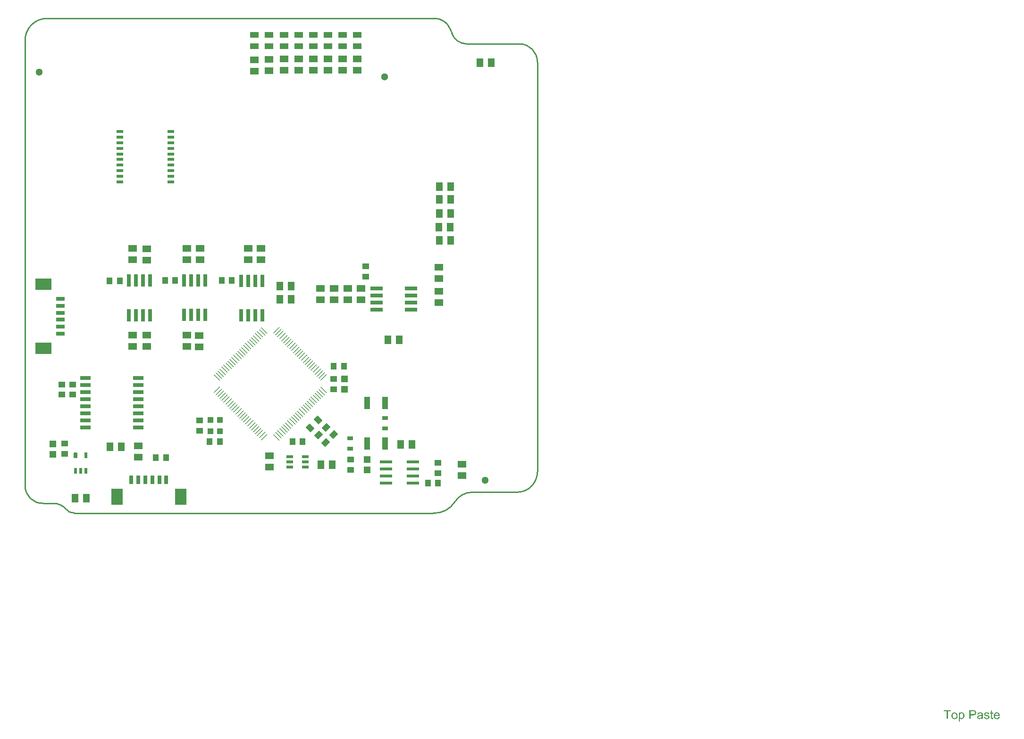
<source format=gtp>
G04*
G04 #@! TF.GenerationSoftware,Altium Limited,Altium Designer,18.1.7 (191)*
G04*
G04 Layer_Color=8421504*
%FSLAX25Y25*%
%MOIN*%
G70*
G01*
G75*
%ADD11C,0.01000*%
%ADD23R,0.03937X0.03937*%
%ADD24R,0.05000X0.02000*%
%ADD25R,0.08661X0.02362*%
%ADD26R,0.02756X0.08661*%
%ADD27R,0.07579X0.02756*%
G04:AMPARAMS|DCode=28|XSize=3.81mil|YSize=60.9mil|CornerRadius=0mil|HoleSize=0mil|Usage=FLASHONLY|Rotation=135.000|XOffset=0mil|YOffset=0mil|HoleType=Round|Shape=Round|*
%AMOVALD28*
21,1,0.05709,0.00381,0.00000,0.00000,225.0*
1,1,0.00381,0.02018,0.02018*
1,1,0.00381,-0.02018,-0.02018*
%
%ADD28OVALD28*%

G04:AMPARAMS|DCode=29|XSize=3.81mil|YSize=60.9mil|CornerRadius=0mil|HoleSize=0mil|Usage=FLASHONLY|Rotation=225.000|XOffset=0mil|YOffset=0mil|HoleType=Round|Shape=Round|*
%AMOVALD29*
21,1,0.05709,0.00381,0.00000,0.00000,315.0*
1,1,0.00381,-0.02018,0.02018*
1,1,0.00381,0.02018,-0.02018*
%
%ADD29OVALD29*%

%ADD30R,0.04134X0.03150*%
%ADD31R,0.11811X0.07874*%
%ADD32R,0.06299X0.03150*%
%ADD33R,0.04961X0.02402*%
G04:AMPARAMS|DCode=34|XSize=23.62mil|YSize=39.37mil|CornerRadius=2.01mil|HoleSize=0mil|Usage=FLASHONLY|Rotation=180.000|XOffset=0mil|YOffset=0mil|HoleType=Round|Shape=RoundedRectangle|*
%AMROUNDEDRECTD34*
21,1,0.02362,0.03535,0,0,180.0*
21,1,0.01961,0.03937,0,0,180.0*
1,1,0.00402,-0.00980,0.01768*
1,1,0.00402,0.00980,0.01768*
1,1,0.00402,0.00980,-0.01768*
1,1,0.00402,-0.00980,-0.01768*
%
%ADD34ROUNDEDRECTD34*%
%ADD35R,0.02362X0.03937*%
%ADD36R,0.04331X0.08661*%
%ADD37R,0.04724X0.04724*%
G04:AMPARAMS|DCode=38|XSize=39.37mil|YSize=51.18mil|CornerRadius=0mil|HoleSize=0mil|Usage=FLASHONLY|Rotation=45.000|XOffset=0mil|YOffset=0mil|HoleType=Round|Shape=Rectangle|*
%AMROTATEDRECTD38*
4,1,4,0.00418,-0.03202,-0.03202,0.00418,-0.00418,0.03202,0.03202,-0.00418,0.00418,-0.03202,0.0*
%
%ADD38ROTATEDRECTD38*%

%ADD39R,0.06000X0.04000*%
%ADD40R,0.04134X0.04724*%
%ADD41R,0.04724X0.04134*%
G04:AMPARAMS|DCode=42|XSize=41.34mil|YSize=47.24mil|CornerRadius=0mil|HoleSize=0mil|Usage=FLASHONLY|Rotation=135.000|XOffset=0mil|YOffset=0mil|HoleType=Round|Shape=Rectangle|*
%AMROTATEDRECTD42*
4,1,4,0.03132,0.00209,-0.00209,-0.03132,-0.03132,-0.00209,0.00209,0.03132,0.03132,0.00209,0.0*
%
%ADD42ROTATEDRECTD42*%

%ADD43R,0.04724X0.06000*%
%ADD44R,0.06000X0.04724*%
%ADD45R,0.07874X0.11811*%
%ADD46R,0.03150X0.06299*%
%ADD47R,0.08661X0.02756*%
%ADD48C,0.05118*%
G36*
X923240Y181842D02*
X923304Y181832D01*
X923441Y181814D01*
X923605Y181778D01*
X923778Y181723D01*
X923951Y181641D01*
X924124Y181541D01*
X924133D01*
X924142Y181523D01*
X924197Y181486D01*
X924279Y181413D01*
X924379Y181322D01*
X924488Y181204D01*
X924598Y181058D01*
X924707Y180885D01*
X924798Y180694D01*
Y180684D01*
X924807Y180666D01*
X924816Y180639D01*
X924835Y180603D01*
X924853Y180548D01*
X924871Y180484D01*
X924916Y180338D01*
X924962Y180156D01*
X924998Y179956D01*
X925026Y179728D01*
X925035Y179491D01*
Y179482D01*
Y179464D01*
Y179427D01*
Y179373D01*
X925026Y179309D01*
Y179236D01*
X925008Y179072D01*
X924971Y178872D01*
X924926Y178662D01*
X924862Y178443D01*
X924780Y178225D01*
Y178216D01*
X924771Y178198D01*
X924753Y178170D01*
X924734Y178134D01*
X924671Y178033D01*
X924589Y177906D01*
X924488Y177769D01*
X924361Y177633D01*
X924215Y177496D01*
X924042Y177368D01*
X924033D01*
X924024Y177359D01*
X923996Y177341D01*
X923960Y177323D01*
X923869Y177277D01*
X923741Y177223D01*
X923586Y177168D01*
X923423Y177122D01*
X923231Y177086D01*
X923040Y177077D01*
X922976D01*
X922903Y177086D01*
X922812Y177095D01*
X922703Y177113D01*
X922584Y177141D01*
X922466Y177177D01*
X922348Y177232D01*
X922338Y177241D01*
X922293Y177259D01*
X922238Y177296D01*
X922165Y177350D01*
X922092Y177405D01*
X922001Y177478D01*
X921919Y177560D01*
X921846Y177651D01*
Y175428D01*
X921072D01*
Y181750D01*
X921774D01*
Y181149D01*
X921783Y181167D01*
X921819Y181204D01*
X921865Y181267D01*
X921937Y181340D01*
X922019Y181431D01*
X922111Y181514D01*
X922220Y181596D01*
X922329Y181668D01*
X922348Y181677D01*
X922384Y181696D01*
X922457Y181723D01*
X922548Y181760D01*
X922657Y181796D01*
X922785Y181823D01*
X922931Y181842D01*
X923094Y181851D01*
X923195D01*
X923240Y181842D01*
D02*
G37*
G36*
X940886D02*
X941023Y181832D01*
X941169Y181814D01*
X941324Y181778D01*
X941488Y181741D01*
X941642Y181687D01*
X941652D01*
X941661Y181677D01*
X941706Y181659D01*
X941779Y181623D01*
X941870Y181577D01*
X941970Y181514D01*
X942071Y181441D01*
X942162Y181359D01*
X942244Y181267D01*
X942253Y181258D01*
X942271Y181222D01*
X942307Y181158D01*
X942353Y181085D01*
X942399Y180976D01*
X942444Y180858D01*
X942481Y180721D01*
X942517Y180566D01*
X941761Y180466D01*
Y180484D01*
X941752Y180520D01*
X941734Y180584D01*
X941706Y180666D01*
X941661Y180748D01*
X941606Y180839D01*
X941542Y180930D01*
X941451Y181012D01*
X941442Y181022D01*
X941406Y181040D01*
X941351Y181076D01*
X941269Y181113D01*
X941178Y181149D01*
X941059Y181185D01*
X940914Y181204D01*
X940759Y181213D01*
X940668D01*
X940577Y181204D01*
X940458Y181195D01*
X940340Y181167D01*
X940212Y181140D01*
X940094Y181095D01*
X939994Y181031D01*
X939984Y181022D01*
X939957Y181003D01*
X939921Y180967D01*
X939884Y180912D01*
X939839Y180858D01*
X939802Y180785D01*
X939775Y180703D01*
X939766Y180621D01*
Y180612D01*
Y180593D01*
X939775Y180566D01*
Y180530D01*
X939802Y180438D01*
X939857Y180347D01*
X939866Y180338D01*
X939875Y180329D01*
X939893Y180302D01*
X939930Y180274D01*
X939966Y180247D01*
X940021Y180211D01*
X940085Y180183D01*
X940158Y180147D01*
X940167D01*
X940185Y180138D01*
X940221Y180129D01*
X940285Y180102D01*
X940376Y180074D01*
X940495Y180047D01*
X940567Y180019D01*
X940650Y180001D01*
X940741Y179974D01*
X940841Y179947D01*
X940850D01*
X940877Y179938D01*
X940923Y179928D01*
X940977Y179910D01*
X941041Y179892D01*
X941123Y179874D01*
X941296Y179819D01*
X941488Y179764D01*
X941679Y179701D01*
X941852Y179637D01*
X941925Y179610D01*
X941989Y179582D01*
X942007Y179573D01*
X942043Y179555D01*
X942098Y179527D01*
X942180Y179482D01*
X942262Y179427D01*
X942344Y179354D01*
X942426Y179272D01*
X942499Y179181D01*
X942508Y179172D01*
X942526Y179136D01*
X942563Y179081D01*
X942599Y178999D01*
X942626Y178899D01*
X942663Y178790D01*
X942681Y178662D01*
X942690Y178516D01*
Y178498D01*
Y178453D01*
X942681Y178380D01*
X942663Y178279D01*
X942636Y178170D01*
X942590Y178052D01*
X942535Y177915D01*
X942462Y177787D01*
X942453Y177769D01*
X942417Y177733D01*
X942371Y177669D01*
X942298Y177596D01*
X942198Y177514D01*
X942089Y177423D01*
X941961Y177341D01*
X941807Y177259D01*
X941797D01*
X941788Y177250D01*
X941734Y177232D01*
X941642Y177205D01*
X941524Y177168D01*
X941378Y177132D01*
X941214Y177104D01*
X941041Y177086D01*
X940841Y177077D01*
X940759D01*
X940695Y177086D01*
X940622D01*
X940531Y177095D01*
X940440Y177104D01*
X940340Y177122D01*
X940121Y177168D01*
X939893Y177232D01*
X939675Y177323D01*
X939575Y177378D01*
X939483Y177441D01*
X939474Y177451D01*
X939465Y177460D01*
X939410Y177514D01*
X939328Y177596D01*
X939237Y177724D01*
X939137Y177879D01*
X939037Y178061D01*
X938955Y178289D01*
X938891Y178544D01*
X939657Y178662D01*
Y178653D01*
Y178644D01*
X939675Y178589D01*
X939693Y178498D01*
X939729Y178398D01*
X939775Y178289D01*
X939830Y178170D01*
X939912Y178052D01*
X940012Y177952D01*
X940030Y177942D01*
X940066Y177915D01*
X940139Y177879D01*
X940230Y177833D01*
X940349Y177787D01*
X940485Y177751D01*
X940650Y177724D01*
X940841Y177715D01*
X940932D01*
X941023Y177724D01*
X941141Y177742D01*
X941269Y177769D01*
X941406Y177806D01*
X941524Y177851D01*
X941633Y177924D01*
X941642Y177933D01*
X941679Y177961D01*
X941715Y178006D01*
X941770Y178070D01*
X941816Y178143D01*
X941861Y178234D01*
X941888Y178325D01*
X941898Y178434D01*
Y178443D01*
Y178480D01*
X941888Y178525D01*
X941870Y178589D01*
X941843Y178653D01*
X941797Y178717D01*
X941743Y178790D01*
X941661Y178844D01*
X941652Y178853D01*
X941624Y178863D01*
X941579Y178890D01*
X941506Y178917D01*
X941397Y178954D01*
X941333Y178981D01*
X941260Y178999D01*
X941178Y179026D01*
X941087Y179054D01*
X940987Y179081D01*
X940868Y179109D01*
X940859D01*
X940832Y179118D01*
X940786Y179127D01*
X940732Y179145D01*
X940659Y179163D01*
X940577Y179191D01*
X940403Y179236D01*
X940203Y179300D01*
X940012Y179354D01*
X939830Y179418D01*
X939748Y179455D01*
X939684Y179482D01*
X939666Y179491D01*
X939629Y179509D01*
X939575Y179546D01*
X939502Y179591D01*
X939420Y179655D01*
X939338Y179728D01*
X939256Y179810D01*
X939183Y179910D01*
X939174Y179919D01*
X939155Y179956D01*
X939128Y180019D01*
X939101Y180092D01*
X939073Y180183D01*
X939046Y180293D01*
X939028Y180402D01*
X939019Y180530D01*
Y180548D01*
Y180584D01*
X939028Y180639D01*
X939037Y180721D01*
X939055Y180803D01*
X939073Y180903D01*
X939110Y180994D01*
X939155Y181095D01*
X939165Y181104D01*
X939183Y181140D01*
X939210Y181185D01*
X939256Y181249D01*
X939310Y181313D01*
X939374Y181395D01*
X939447Y181468D01*
X939538Y181532D01*
X939547Y181541D01*
X939575Y181550D01*
X939611Y181577D01*
X939666Y181605D01*
X939738Y181641D01*
X939820Y181677D01*
X939921Y181714D01*
X940030Y181750D01*
X940048Y181760D01*
X940085Y181769D01*
X940148Y181787D01*
X940230Y181805D01*
X940331Y181823D01*
X940440Y181832D01*
X940567Y181851D01*
X940786D01*
X940886Y181842D01*
D02*
G37*
G36*
X936432D02*
X936568Y181832D01*
X936723Y181814D01*
X936878Y181787D01*
X937033Y181750D01*
X937179Y181705D01*
X937197Y181696D01*
X937242Y181677D01*
X937306Y181650D01*
X937388Y181614D01*
X937479Y181559D01*
X937570Y181504D01*
X937652Y181431D01*
X937725Y181359D01*
X937734Y181350D01*
X937753Y181322D01*
X937780Y181277D01*
X937816Y181222D01*
X937862Y181140D01*
X937898Y181058D01*
X937935Y180958D01*
X937962Y180839D01*
Y180830D01*
X937971Y180803D01*
X937980Y180748D01*
X937989Y180675D01*
Y180575D01*
X937998Y180457D01*
X938008Y180302D01*
Y180129D01*
Y179090D01*
Y179081D01*
Y179045D01*
Y178990D01*
Y178917D01*
Y178835D01*
Y178735D01*
X938017Y178516D01*
Y178289D01*
X938026Y178061D01*
X938035Y177961D01*
Y177869D01*
X938044Y177787D01*
X938053Y177724D01*
Y177715D01*
X938062Y177678D01*
X938071Y177623D01*
X938099Y177551D01*
X938117Y177469D01*
X938153Y177378D01*
X938199Y177277D01*
X938244Y177177D01*
X937434D01*
X937424Y177186D01*
X937415Y177223D01*
X937397Y177268D01*
X937370Y177341D01*
X937342Y177423D01*
X937324Y177523D01*
X937306Y177633D01*
X937288Y177751D01*
X937279D01*
X937270Y177733D01*
X937215Y177687D01*
X937133Y177623D01*
X937024Y177542D01*
X936887Y177460D01*
X936750Y177368D01*
X936605Y177287D01*
X936450Y177223D01*
X936432Y177214D01*
X936377Y177205D01*
X936295Y177177D01*
X936195Y177150D01*
X936067Y177122D01*
X935921Y177104D01*
X935757Y177086D01*
X935593Y177077D01*
X935521D01*
X935466Y177086D01*
X935402D01*
X935329Y177095D01*
X935165Y177122D01*
X934983Y177168D01*
X934783Y177232D01*
X934600Y177323D01*
X934437Y177441D01*
X934418Y177460D01*
X934373Y177505D01*
X934309Y177587D01*
X934236Y177696D01*
X934163Y177833D01*
X934099Y177988D01*
X934054Y178179D01*
X934045Y178270D01*
X934036Y178380D01*
Y178398D01*
Y178434D01*
X934045Y178498D01*
X934054Y178580D01*
X934072Y178680D01*
X934099Y178780D01*
X934136Y178890D01*
X934181Y178990D01*
X934190Y178999D01*
X934209Y179036D01*
X934245Y179090D01*
X934291Y179154D01*
X934345Y179227D01*
X934418Y179300D01*
X934491Y179373D01*
X934582Y179436D01*
X934591Y179446D01*
X934628Y179464D01*
X934673Y179500D01*
X934746Y179537D01*
X934828Y179573D01*
X934928Y179619D01*
X935029Y179655D01*
X935147Y179692D01*
X935156D01*
X935193Y179701D01*
X935247Y179719D01*
X935320Y179728D01*
X935411Y179746D01*
X935530Y179764D01*
X935666Y179792D01*
X935830Y179810D01*
X935839D01*
X935876Y179819D01*
X935921D01*
X935985Y179828D01*
X936058Y179837D01*
X936149Y179856D01*
X936249Y179865D01*
X936359Y179883D01*
X936577Y179928D01*
X936814Y179974D01*
X937024Y180029D01*
X937124Y180056D01*
X937215Y180083D01*
Y180092D01*
Y180111D01*
X937224Y180165D01*
Y180229D01*
Y180265D01*
Y180284D01*
Y180293D01*
Y180302D01*
Y180357D01*
X937215Y180448D01*
X937197Y180548D01*
X937169Y180657D01*
X937124Y180766D01*
X937069Y180867D01*
X936996Y180949D01*
X936987Y180958D01*
X936942Y180994D01*
X936869Y181031D01*
X936778Y181085D01*
X936650Y181131D01*
X936504Y181176D01*
X936322Y181204D01*
X936113Y181213D01*
X936022D01*
X935931Y181204D01*
X935803Y181185D01*
X935675Y181167D01*
X935539Y181131D01*
X935411Y181085D01*
X935302Y181022D01*
X935293Y181012D01*
X935256Y180985D01*
X935211Y180940D01*
X935156Y180867D01*
X935102Y180776D01*
X935038Y180657D01*
X934983Y180511D01*
X934928Y180347D01*
X934172Y180448D01*
Y180457D01*
X934181Y180466D01*
Y180493D01*
X934190Y180530D01*
X934218Y180612D01*
X934254Y180730D01*
X934300Y180849D01*
X934354Y180976D01*
X934427Y181104D01*
X934509Y181222D01*
X934518Y181231D01*
X934555Y181267D01*
X934610Y181322D01*
X934682Y181395D01*
X934783Y181468D01*
X934901Y181541D01*
X935038Y181623D01*
X935193Y181687D01*
X935202D01*
X935211Y181696D01*
X935238Y181705D01*
X935275Y181714D01*
X935366Y181741D01*
X935493Y181769D01*
X935639Y181796D01*
X935821Y181823D01*
X936012Y181842D01*
X936231Y181851D01*
X936331D01*
X936432Y181842D01*
D02*
G37*
G36*
X931248Y183472D02*
X931403Y183463D01*
X931567Y183454D01*
X931722Y183436D01*
X931858Y183417D01*
X931876D01*
X931940Y183399D01*
X932022Y183381D01*
X932132Y183354D01*
X932250Y183308D01*
X932378Y183254D01*
X932514Y183190D01*
X932633Y183117D01*
X932651Y183108D01*
X932687Y183080D01*
X932742Y183026D01*
X932815Y182962D01*
X932897Y182880D01*
X932979Y182771D01*
X933070Y182652D01*
X933143Y182516D01*
X933152Y182497D01*
X933170Y182452D01*
X933207Y182370D01*
X933243Y182261D01*
X933270Y182133D01*
X933307Y181987D01*
X933325Y181823D01*
X933334Y181650D01*
Y181641D01*
Y181614D01*
Y181577D01*
X933325Y181514D01*
X933316Y181450D01*
X933307Y181368D01*
X933289Y181277D01*
X933270Y181176D01*
X933207Y180967D01*
X933170Y180858D01*
X933115Y180739D01*
X933052Y180621D01*
X932988Y180511D01*
X932906Y180402D01*
X932815Y180293D01*
X932806Y180284D01*
X932788Y180265D01*
X932760Y180238D01*
X932715Y180211D01*
X932660Y180165D01*
X932587Y180120D01*
X932496Y180065D01*
X932396Y180019D01*
X932277Y179965D01*
X932141Y179910D01*
X931995Y179865D01*
X931822Y179828D01*
X931640Y179792D01*
X931439Y179764D01*
X931211Y179746D01*
X930975Y179737D01*
X929362D01*
Y177177D01*
X928524D01*
Y183481D01*
X931111D01*
X931248Y183472D01*
D02*
G37*
G36*
X915406Y182734D02*
X913329D01*
Y177177D01*
X912490D01*
Y182734D01*
X910413D01*
Y183481D01*
X915406D01*
Y182734D01*
D02*
G37*
G36*
X944512Y181750D02*
X945296D01*
Y181149D01*
X944512D01*
Y178462D01*
Y178443D01*
Y178407D01*
Y178352D01*
X944521Y178289D01*
X944530Y178143D01*
X944540Y178079D01*
X944549Y178033D01*
X944558Y178015D01*
X944585Y177979D01*
X944621Y177933D01*
X944685Y177888D01*
X944703Y177879D01*
X944749Y177860D01*
X944831Y177842D01*
X944949Y177833D01*
X945041D01*
X945086Y177842D01*
X945150D01*
X945223Y177851D01*
X945296Y177860D01*
X945396Y177177D01*
X945378D01*
X945341Y177168D01*
X945277Y177159D01*
X945195Y177150D01*
X945104Y177132D01*
X945004Y177122D01*
X944804Y177113D01*
X944731D01*
X944658Y177122D01*
X944567Y177132D01*
X944458Y177141D01*
X944348Y177168D01*
X944248Y177195D01*
X944148Y177241D01*
X944139Y177250D01*
X944111Y177268D01*
X944075Y177296D01*
X944020Y177341D01*
X943975Y177387D01*
X943920Y177451D01*
X943865Y177514D01*
X943829Y177596D01*
Y177605D01*
X943811Y177642D01*
X943801Y177706D01*
X943783Y177797D01*
X943765Y177915D01*
X943756Y177988D01*
Y178070D01*
X943747Y178170D01*
X943738Y178270D01*
Y178380D01*
Y178507D01*
Y181149D01*
X943164D01*
Y181750D01*
X943738D01*
Y182880D01*
X944512Y183345D01*
Y181750D01*
D02*
G37*
G36*
X948083Y181842D02*
X948156Y181832D01*
X948247Y181814D01*
X948347Y181796D01*
X948466Y181769D01*
X948575Y181741D01*
X948703Y181696D01*
X948821Y181650D01*
X948949Y181586D01*
X949076Y181514D01*
X949204Y181431D01*
X949322Y181331D01*
X949432Y181222D01*
X949441Y181213D01*
X949459Y181195D01*
X949486Y181158D01*
X949523Y181104D01*
X949568Y181040D01*
X949614Y180967D01*
X949668Y180876D01*
X949723Y180766D01*
X949778Y180648D01*
X949832Y180520D01*
X949878Y180375D01*
X949924Y180220D01*
X949960Y180047D01*
X949987Y179865D01*
X950006Y179673D01*
X950015Y179464D01*
Y179455D01*
Y179418D01*
Y179354D01*
X950006Y179263D01*
X946589D01*
Y179254D01*
Y179227D01*
X946598Y179191D01*
Y179136D01*
X946607Y179072D01*
X946626Y178999D01*
X946653Y178835D01*
X946708Y178653D01*
X946780Y178453D01*
X946881Y178270D01*
X947008Y178106D01*
X947017D01*
X947027Y178088D01*
X947081Y178043D01*
X947163Y177979D01*
X947272Y177915D01*
X947418Y177842D01*
X947582Y177778D01*
X947764Y177733D01*
X947865Y177724D01*
X947974Y177715D01*
X948047D01*
X948129Y177724D01*
X948229Y177742D01*
X948338Y177769D01*
X948466Y177806D01*
X948584Y177860D01*
X948703Y177933D01*
X948712Y177942D01*
X948757Y177979D01*
X948812Y178033D01*
X948876Y178106D01*
X948949Y178207D01*
X949031Y178334D01*
X949113Y178480D01*
X949185Y178653D01*
X949987Y178553D01*
Y178544D01*
X949978Y178525D01*
X949969Y178489D01*
X949951Y178434D01*
X949924Y178380D01*
X949896Y178307D01*
X949823Y178152D01*
X949732Y177979D01*
X949605Y177797D01*
X949459Y177623D01*
X949277Y177460D01*
X949267D01*
X949249Y177441D01*
X949222Y177423D01*
X949185Y177396D01*
X949131Y177368D01*
X949076Y177341D01*
X949003Y177305D01*
X948921Y177268D01*
X948830Y177232D01*
X948739Y177195D01*
X948511Y177141D01*
X948256Y177095D01*
X947974Y177077D01*
X947874D01*
X947810Y177086D01*
X947728Y177095D01*
X947628Y177113D01*
X947518Y177132D01*
X947400Y177150D01*
X947145Y177223D01*
X947008Y177277D01*
X946881Y177332D01*
X946744Y177405D01*
X946616Y177487D01*
X946498Y177578D01*
X946380Y177687D01*
X946371Y177696D01*
X946352Y177715D01*
X946325Y177751D01*
X946289Y177806D01*
X946243Y177869D01*
X946198Y177942D01*
X946143Y178033D01*
X946088Y178134D01*
X946033Y178252D01*
X945979Y178380D01*
X945933Y178525D01*
X945888Y178680D01*
X945851Y178844D01*
X945824Y179026D01*
X945806Y179218D01*
X945797Y179418D01*
Y179427D01*
Y179473D01*
Y179527D01*
X945806Y179610D01*
X945815Y179710D01*
X945824Y179819D01*
X945842Y179947D01*
X945870Y180074D01*
X945942Y180366D01*
X945988Y180511D01*
X946043Y180666D01*
X946115Y180812D01*
X946198Y180949D01*
X946289Y181085D01*
X946389Y181213D01*
X946398Y181222D01*
X946416Y181240D01*
X946453Y181267D01*
X946498Y181313D01*
X946553Y181359D01*
X946626Y181413D01*
X946708Y181477D01*
X946808Y181532D01*
X946908Y181596D01*
X947027Y181650D01*
X947154Y181705D01*
X947291Y181750D01*
X947436Y181796D01*
X947591Y181823D01*
X947755Y181842D01*
X947928Y181851D01*
X948020D01*
X948083Y181842D01*
D02*
G37*
G36*
X918175D02*
X918257Y181832D01*
X918348Y181814D01*
X918448Y181796D01*
X918567Y181778D01*
X918813Y181696D01*
X918940Y181650D01*
X919068Y181586D01*
X919195Y181523D01*
X919323Y181431D01*
X919441Y181340D01*
X919560Y181231D01*
X919569Y181222D01*
X919587Y181204D01*
X919615Y181167D01*
X919651Y181122D01*
X919697Y181058D01*
X919751Y180976D01*
X919806Y180885D01*
X919860Y180785D01*
X919915Y180675D01*
X919970Y180539D01*
X920024Y180402D01*
X920070Y180247D01*
X920106Y180083D01*
X920134Y179910D01*
X920152Y179728D01*
X920161Y179527D01*
Y179518D01*
Y179491D01*
Y179446D01*
Y179382D01*
X920152Y179309D01*
X920143Y179218D01*
Y179127D01*
X920125Y179026D01*
X920097Y178799D01*
X920043Y178571D01*
X919979Y178343D01*
X919888Y178134D01*
Y178125D01*
X919879Y178115D01*
X919860Y178088D01*
X919842Y178052D01*
X919779Y177961D01*
X919697Y177851D01*
X919587Y177724D01*
X919450Y177596D01*
X919296Y177469D01*
X919113Y177350D01*
X919104D01*
X919095Y177341D01*
X919068Y177323D01*
X919022Y177305D01*
X918977Y177287D01*
X918922Y177268D01*
X918785Y177214D01*
X918631Y177168D01*
X918439Y177122D01*
X918239Y177086D01*
X918020Y177077D01*
X917929D01*
X917856Y177086D01*
X917774Y177095D01*
X917683Y177113D01*
X917574Y177132D01*
X917465Y177150D01*
X917219Y177223D01*
X917082Y177277D01*
X916954Y177332D01*
X916827Y177405D01*
X916699Y177487D01*
X916581Y177578D01*
X916462Y177687D01*
X916453Y177696D01*
X916435Y177715D01*
X916408Y177751D01*
X916371Y177806D01*
X916326Y177869D01*
X916280Y177942D01*
X916226Y178033D01*
X916171Y178143D01*
X916116Y178261D01*
X916062Y178398D01*
X916016Y178544D01*
X915971Y178699D01*
X915934Y178872D01*
X915907Y179054D01*
X915889Y179254D01*
X915879Y179464D01*
Y179482D01*
Y179518D01*
X915889Y179582D01*
Y179673D01*
X915898Y179773D01*
X915916Y179901D01*
X915934Y180029D01*
X915971Y180174D01*
X916007Y180320D01*
X916053Y180475D01*
X916107Y180639D01*
X916180Y180794D01*
X916253Y180940D01*
X916353Y181085D01*
X916453Y181222D01*
X916581Y181340D01*
X916590Y181350D01*
X916608Y181359D01*
X916645Y181386D01*
X916690Y181422D01*
X916745Y181459D01*
X916818Y181504D01*
X916891Y181550D01*
X916982Y181596D01*
X917082Y181641D01*
X917191Y181687D01*
X917437Y181769D01*
X917720Y181832D01*
X917865Y181842D01*
X918020Y181851D01*
X918111D01*
X918175Y181842D01*
D02*
G37*
%LPC*%
G36*
X923022Y181240D02*
X922976D01*
X922940Y181231D01*
X922849Y181213D01*
X922730Y181185D01*
X922593Y181131D01*
X922448Y181049D01*
X922366Y180994D01*
X922293Y180930D01*
X922220Y180858D01*
X922147Y180776D01*
Y180766D01*
X922129Y180757D01*
X922111Y180730D01*
X922092Y180694D01*
X922065Y180639D01*
X922029Y180584D01*
X921992Y180511D01*
X921965Y180438D01*
X921928Y180347D01*
X921892Y180247D01*
X921865Y180138D01*
X921828Y180019D01*
X921810Y179883D01*
X921792Y179746D01*
X921774Y179600D01*
Y179436D01*
Y179427D01*
Y179400D01*
Y179354D01*
X921783Y179291D01*
Y179218D01*
X921792Y179136D01*
X921819Y178945D01*
X921865Y178726D01*
X921919Y178516D01*
X922010Y178307D01*
X922065Y178216D01*
X922129Y178134D01*
X922147Y178115D01*
X922193Y178070D01*
X922266Y177997D01*
X922366Y177924D01*
X922493Y177851D01*
X922639Y177778D01*
X922803Y177733D01*
X922894Y177724D01*
X922985Y177715D01*
X923040D01*
X923076Y177724D01*
X923167Y177742D01*
X923295Y177769D01*
X923432Y177824D01*
X923577Y177897D01*
X923723Y178006D01*
X923796Y178070D01*
X923869Y178143D01*
Y178152D01*
X923887Y178161D01*
X923905Y178188D01*
X923923Y178225D01*
X923960Y178270D01*
X923987Y178334D01*
X924024Y178398D01*
X924060Y178480D01*
X924088Y178562D01*
X924124Y178671D01*
X924160Y178780D01*
X924188Y178899D01*
X924206Y179036D01*
X924224Y179181D01*
X924242Y179336D01*
Y179500D01*
Y179509D01*
Y179537D01*
Y179582D01*
X924233Y179646D01*
Y179719D01*
X924224Y179801D01*
X924197Y179992D01*
X924151Y180202D01*
X924088Y180411D01*
X923996Y180621D01*
X923942Y180721D01*
X923878Y180803D01*
Y180812D01*
X923860Y180821D01*
X923814Y180876D01*
X923741Y180940D01*
X923641Y181022D01*
X923514Y181104D01*
X923368Y181176D01*
X923204Y181222D01*
X923113Y181231D01*
X923022Y181240D01*
D02*
G37*
G36*
X937224Y179473D02*
X937215D01*
X937206Y179464D01*
X937179Y179455D01*
X937142Y179446D01*
X937097Y179427D01*
X937042Y179409D01*
X936978Y179391D01*
X936905Y179373D01*
X936823Y179345D01*
X936723Y179327D01*
X936623Y179300D01*
X936504Y179272D01*
X936377Y179245D01*
X936249Y179218D01*
X936104Y179200D01*
X935949Y179172D01*
X935931D01*
X935876Y179163D01*
X935785Y179145D01*
X935684Y179127D01*
X935575Y179109D01*
X935466Y179081D01*
X935366Y179054D01*
X935275Y179017D01*
X935266D01*
X935238Y178999D01*
X935202Y178981D01*
X935165Y178954D01*
X935056Y178881D01*
X934965Y178771D01*
Y178762D01*
X934947Y178744D01*
X934937Y178708D01*
X934919Y178662D01*
X934901Y178607D01*
X934883Y178553D01*
X934874Y178480D01*
X934865Y178407D01*
Y178398D01*
Y178352D01*
X934874Y178298D01*
X934892Y178225D01*
X934919Y178143D01*
X934965Y178061D01*
X935019Y177970D01*
X935092Y177888D01*
X935102Y177879D01*
X935138Y177860D01*
X935193Y177824D01*
X935266Y177787D01*
X935366Y177751D01*
X935484Y177715D01*
X935621Y177696D01*
X935785Y177687D01*
X935858D01*
X935949Y177696D01*
X936049Y177715D01*
X936176Y177733D01*
X936304Y177769D01*
X936441Y177815D01*
X936577Y177879D01*
X936596Y177888D01*
X936632Y177915D01*
X936696Y177961D01*
X936769Y178024D01*
X936851Y178097D01*
X936942Y178188D01*
X937015Y178298D01*
X937088Y178416D01*
X937097Y178425D01*
X937106Y178462D01*
X937124Y178525D01*
X937151Y178607D01*
X937179Y178717D01*
X937197Y178844D01*
X937206Y178999D01*
X937215Y179181D01*
X937224Y179473D01*
D02*
G37*
G36*
X931166Y182734D02*
X929362D01*
Y180484D01*
X931057D01*
X931120Y180493D01*
X931184D01*
X931257Y180502D01*
X931430Y180520D01*
X931621Y180557D01*
X931813Y180612D01*
X931986Y180684D01*
X932068Y180730D01*
X932132Y180785D01*
X932150Y180803D01*
X932186Y180839D01*
X932241Y180912D01*
X932305Y181003D01*
X932368Y181122D01*
X932423Y181267D01*
X932460Y181431D01*
X932478Y181623D01*
Y181632D01*
Y181641D01*
Y181687D01*
X932469Y181769D01*
X932450Y181860D01*
X932432Y181960D01*
X932396Y182078D01*
X932341Y182188D01*
X932277Y182297D01*
X932268Y182306D01*
X932241Y182343D01*
X932195Y182388D01*
X932141Y182452D01*
X932059Y182516D01*
X931968Y182570D01*
X931867Y182625D01*
X931749Y182670D01*
X931740D01*
X931703Y182680D01*
X931649Y182689D01*
X931576Y182707D01*
X931467Y182716D01*
X931330Y182725D01*
X931166Y182734D01*
D02*
G37*
G36*
X947937Y181213D02*
X947883D01*
X947846Y181204D01*
X947746Y181195D01*
X947628Y181167D01*
X947482Y181122D01*
X947327Y181058D01*
X947181Y180967D01*
X947036Y180849D01*
X947017Y180830D01*
X946981Y180785D01*
X946917Y180703D01*
X946853Y180593D01*
X946780Y180466D01*
X946717Y180302D01*
X946662Y180111D01*
X946635Y179901D01*
X949195D01*
Y179910D01*
Y179928D01*
X949185Y179956D01*
Y179992D01*
X949167Y180102D01*
X949140Y180220D01*
X949094Y180366D01*
X949049Y180502D01*
X948976Y180639D01*
X948894Y180757D01*
Y180766D01*
X948876Y180776D01*
X948830Y180830D01*
X948748Y180903D01*
X948639Y180985D01*
X948502Y181067D01*
X948338Y181140D01*
X948147Y181195D01*
X948047Y181204D01*
X947937Y181213D01*
D02*
G37*
G36*
X918020D02*
X917966D01*
X917920Y181204D01*
X917820Y181195D01*
X917683Y181158D01*
X917528Y181104D01*
X917364Y181031D01*
X917209Y180921D01*
X917128Y180849D01*
X917055Y180776D01*
Y180766D01*
X917036Y180757D01*
X917018Y180730D01*
X916991Y180694D01*
X916963Y180648D01*
X916936Y180593D01*
X916900Y180520D01*
X916863Y180448D01*
X916827Y180357D01*
X916790Y180265D01*
X916763Y180156D01*
X916736Y180038D01*
X916708Y179910D01*
X916690Y179773D01*
X916681Y179619D01*
X916672Y179464D01*
Y179455D01*
Y179427D01*
Y179382D01*
X916681Y179318D01*
Y179245D01*
X916690Y179163D01*
X916718Y178972D01*
X916763Y178753D01*
X916836Y178534D01*
X916927Y178325D01*
X916991Y178234D01*
X917055Y178143D01*
X917064D01*
X917073Y178125D01*
X917128Y178079D01*
X917209Y178006D01*
X917319Y177933D01*
X917455Y177851D01*
X917619Y177778D01*
X917811Y177733D01*
X917911Y177724D01*
X918020Y177715D01*
X918075D01*
X918120Y177724D01*
X918221Y177742D01*
X918357Y177769D01*
X918503Y177824D01*
X918667Y177897D01*
X918822Y178006D01*
X918904Y178079D01*
X918977Y178152D01*
X918986Y178161D01*
X918995Y178170D01*
X919013Y178198D01*
X919041Y178234D01*
X919068Y178279D01*
X919104Y178334D01*
X919141Y178407D01*
X919177Y178480D01*
X919214Y178571D01*
X919241Y178671D01*
X919277Y178780D01*
X919305Y178899D01*
X919332Y179036D01*
X919350Y179172D01*
X919368Y179327D01*
Y179491D01*
Y179500D01*
Y179527D01*
Y179573D01*
X919359Y179628D01*
Y179701D01*
X919350Y179783D01*
X919323Y179974D01*
X919277Y180174D01*
X919205Y180393D01*
X919104Y180593D01*
X919050Y180694D01*
X918977Y180776D01*
Y180785D01*
X918959Y180794D01*
X918904Y180849D01*
X918822Y180912D01*
X918713Y180994D01*
X918576Y181076D01*
X918412Y181149D01*
X918230Y181195D01*
X918130Y181204D01*
X918020Y181213D01*
D02*
G37*
%LPD*%
D11*
X276626Y672654D02*
G03*
X261531Y656264I435J-15546D01*
G01*
X561803Y665073D02*
G03*
X550626Y672654I-11018J-4215D01*
G01*
X563022Y661886D02*
G03*
X573076Y654642I10532J4019D01*
G01*
X623365Y641708D02*
G03*
X610925Y654642I-12687J247D01*
G01*
X609075Y337545D02*
G03*
X623365Y351914I30J14260D01*
G01*
X577417Y337545D02*
G03*
X565059Y330674I31J-14604D01*
G01*
X550000Y322736D02*
G03*
X565059Y330674I661J17000D01*
G01*
X290174Y325762D02*
G03*
X296457Y322736I6097J4625D01*
G01*
X290271Y325688D02*
G03*
X281693Y329653I-8805J-7785D01*
G01*
X261532Y341993D02*
G03*
X274182Y329653I12282J-63D01*
G01*
X561803Y665073D02*
X563022Y661886D01*
X276626Y672654D02*
X550785D01*
X573076Y654642D02*
X577020D01*
X610925D01*
X623365Y351914D02*
Y641708D01*
X577417Y337545D02*
X609105D01*
X296457Y322736D02*
X550000D01*
X274182Y329653D02*
X281693D01*
X261531Y656264D02*
X261532Y341993D01*
D23*
X399213Y380610D02*
D03*
X392323Y388484D02*
D03*
X399213Y388484D02*
D03*
X392520Y380610D02*
D03*
D24*
X448562Y359075D02*
D03*
X459585Y362815D02*
D03*
Y355335D02*
D03*
Y359075D02*
D03*
X448562Y355335D02*
D03*
Y362815D02*
D03*
D25*
X516535Y359075D02*
D03*
Y354075D02*
D03*
Y349075D02*
D03*
Y344075D02*
D03*
X535433Y359075D02*
D03*
Y354075D02*
D03*
Y349075D02*
D03*
Y344075D02*
D03*
D26*
X349947Y487244D02*
D03*
X344947D02*
D03*
X339947D02*
D03*
X334947D02*
D03*
X349947Y462815D02*
D03*
X344947D02*
D03*
X339947D02*
D03*
X334947D02*
D03*
X414082Y462716D02*
D03*
X419082D02*
D03*
X424082D02*
D03*
X429082D02*
D03*
X414082Y487146D02*
D03*
X419082D02*
D03*
X424082D02*
D03*
X429082D02*
D03*
X373649Y462835D02*
D03*
X378649D02*
D03*
X383649D02*
D03*
X388649D02*
D03*
X373649Y487264D02*
D03*
X378649D02*
D03*
X383649D02*
D03*
X388649D02*
D03*
D27*
X341386Y418181D02*
D03*
Y413181D02*
D03*
Y408181D02*
D03*
Y403181D02*
D03*
Y398181D02*
D03*
Y393181D02*
D03*
Y388181D02*
D03*
Y383181D02*
D03*
X304283D02*
D03*
Y388181D02*
D03*
Y393181D02*
D03*
Y398181D02*
D03*
Y403181D02*
D03*
Y408181D02*
D03*
Y413181D02*
D03*
Y418181D02*
D03*
D28*
X408116Y398714D02*
D03*
X409508Y397322D02*
D03*
X472563Y418618D02*
D03*
X471171Y420010D02*
D03*
X469779Y421402D02*
D03*
X468387Y422794D02*
D03*
X466995Y424186D02*
D03*
X465603Y425578D02*
D03*
X464211Y426970D02*
D03*
X462819Y428362D02*
D03*
X461427Y429754D02*
D03*
X460035Y431146D02*
D03*
X458643Y432538D02*
D03*
X457251Y433930D02*
D03*
X455859Y435322D02*
D03*
X454467Y436714D02*
D03*
X453075Y438106D02*
D03*
X451683Y439498D02*
D03*
X450291Y440890D02*
D03*
X448900Y442281D02*
D03*
X447508Y443673D02*
D03*
X446116Y445065D02*
D03*
X444724Y446457D02*
D03*
X443332Y447849D02*
D03*
X441940Y449241D02*
D03*
X440548Y450633D02*
D03*
X439156Y452025D02*
D03*
X396980Y409849D02*
D03*
X398372Y408457D02*
D03*
X399764Y407065D02*
D03*
X401156Y405673D02*
D03*
X402548Y404282D02*
D03*
X403940Y402889D02*
D03*
X405332Y401498D02*
D03*
X406724Y400106D02*
D03*
X410899Y395930D02*
D03*
X412291Y394538D02*
D03*
X413683Y393146D02*
D03*
X415075Y391754D02*
D03*
X416467Y390362D02*
D03*
X417859Y388970D02*
D03*
X419251Y387578D02*
D03*
X420643Y386186D02*
D03*
X422035Y384794D02*
D03*
X423427Y383402D02*
D03*
X424819Y382010D02*
D03*
X426211Y380618D02*
D03*
X427603Y379226D02*
D03*
X428995Y377835D02*
D03*
X430387Y376443D02*
D03*
D29*
X439156D02*
D03*
X440548Y377835D02*
D03*
X441940Y379226D02*
D03*
X443332Y380618D02*
D03*
X444724Y382010D02*
D03*
X446116Y383402D02*
D03*
X447508Y384794D02*
D03*
X448900Y386186D02*
D03*
X450291Y387578D02*
D03*
X451683Y388970D02*
D03*
X453075Y390362D02*
D03*
X454467Y391754D02*
D03*
X455859Y393146D02*
D03*
X457251Y394538D02*
D03*
X458643Y395930D02*
D03*
X460035Y397322D02*
D03*
X461427Y398714D02*
D03*
X462819Y400106D02*
D03*
X464211Y401498D02*
D03*
X465603Y402889D02*
D03*
X466995Y404282D02*
D03*
X468387Y405673D02*
D03*
X469779Y407065D02*
D03*
X471171Y408457D02*
D03*
X472563Y409849D02*
D03*
X430387Y452025D02*
D03*
X428995Y450633D02*
D03*
X427603Y449241D02*
D03*
X426211Y447849D02*
D03*
X424819Y446457D02*
D03*
X423427Y445065D02*
D03*
X422035Y443673D02*
D03*
X420643Y442281D02*
D03*
X419251Y440890D02*
D03*
X417859Y439498D02*
D03*
X416467Y438106D02*
D03*
X415075Y436714D02*
D03*
X413683Y435322D02*
D03*
X412291Y433930D02*
D03*
X410899Y432538D02*
D03*
X409508Y431146D02*
D03*
X408116Y429754D02*
D03*
X406724Y428362D02*
D03*
X405332Y426970D02*
D03*
X403940Y425578D02*
D03*
X402548Y424186D02*
D03*
X401156Y422794D02*
D03*
X399764Y421402D02*
D03*
X398372Y420010D02*
D03*
X396980Y418618D02*
D03*
D30*
X491043Y368406D02*
D03*
Y375689D02*
D03*
X515748Y382544D02*
D03*
Y389828D02*
D03*
D31*
X274362Y439409D02*
D03*
Y484488D02*
D03*
D32*
X286567Y469331D02*
D03*
Y459488D02*
D03*
Y449646D02*
D03*
Y474252D02*
D03*
Y464409D02*
D03*
Y454567D02*
D03*
D33*
X364528Y592520D02*
D03*
X328386D02*
D03*
X364528Y588583D02*
D03*
X328386D02*
D03*
X364528Y584646D02*
D03*
X328386D02*
D03*
X364528Y580709D02*
D03*
X328386D02*
D03*
X364528Y576772D02*
D03*
X328386D02*
D03*
X364528Y572835D02*
D03*
X328386D02*
D03*
X364528Y568898D02*
D03*
X328386D02*
D03*
X364528Y564961D02*
D03*
X328386D02*
D03*
X364528Y561024D02*
D03*
X328386D02*
D03*
X364528Y557087D02*
D03*
X328386D02*
D03*
D34*
X297047Y363583D02*
D03*
D35*
X304528D02*
D03*
Y352756D02*
D03*
X300787D02*
D03*
X297047D02*
D03*
D36*
X503150Y372047D02*
D03*
X515748D02*
D03*
X503150Y400787D02*
D03*
X515748D02*
D03*
D37*
X281102Y364449D02*
D03*
Y371772D02*
D03*
X503150Y353425D02*
D03*
Y360748D02*
D03*
X487008Y410276D02*
D03*
Y417598D02*
D03*
D38*
X468291Y388686D02*
D03*
X462723Y383118D02*
D03*
D39*
X433858Y660876D02*
D03*
Y652876D02*
D03*
X496063Y660854D02*
D03*
Y652854D02*
D03*
X485714Y660854D02*
D03*
Y652854D02*
D03*
X465017Y660854D02*
D03*
Y652854D02*
D03*
X475365Y660854D02*
D03*
Y652854D02*
D03*
X444319Y660854D02*
D03*
Y652854D02*
D03*
X454668Y660854D02*
D03*
Y652854D02*
D03*
X423465Y660953D02*
D03*
Y652953D02*
D03*
D40*
X361124Y362024D02*
D03*
X353841D02*
D03*
X479429Y426772D02*
D03*
X486713D02*
D03*
X391918Y373467D02*
D03*
X399202D02*
D03*
X553248Y344094D02*
D03*
X545965D02*
D03*
X457579Y373228D02*
D03*
X450295D02*
D03*
X321161Y487146D02*
D03*
X328445D02*
D03*
X360322Y487323D02*
D03*
X367606D02*
D03*
X400298D02*
D03*
X407582D02*
D03*
D41*
X384842Y381102D02*
D03*
Y388386D02*
D03*
X491437Y360728D02*
D03*
Y353445D02*
D03*
X553248Y351059D02*
D03*
Y358343D02*
D03*
X479528Y417543D02*
D03*
Y410260D02*
D03*
X289370Y372047D02*
D03*
Y364764D02*
D03*
X295177Y406484D02*
D03*
Y413767D02*
D03*
X287563Y406484D02*
D03*
Y413767D02*
D03*
X501968Y497342D02*
D03*
Y490059D02*
D03*
D42*
X468717Y377922D02*
D03*
X473867Y372772D02*
D03*
X474168Y383382D02*
D03*
X479318Y378232D02*
D03*
D43*
X561874Y525118D02*
D03*
X553874D02*
D03*
X561973Y515748D02*
D03*
X553972D02*
D03*
X561973Y553543D02*
D03*
X553972D02*
D03*
X561973Y544488D02*
D03*
X553972D02*
D03*
X561973Y534646D02*
D03*
X553972D02*
D03*
X321590Y369685D02*
D03*
X329591D02*
D03*
X534709Y371260D02*
D03*
X526709D02*
D03*
X517651Y445177D02*
D03*
X525651D02*
D03*
X296787Y333465D02*
D03*
X304787D02*
D03*
X478409Y357106D02*
D03*
X470409D02*
D03*
X441356Y473988D02*
D03*
X449356D02*
D03*
X441529Y483240D02*
D03*
X449529D02*
D03*
X590909Y641339D02*
D03*
X582909D02*
D03*
D44*
X570079Y357150D02*
D03*
Y349150D02*
D03*
X341538Y362201D02*
D03*
Y370201D02*
D03*
X496063Y635868D02*
D03*
Y643868D02*
D03*
X485714Y635868D02*
D03*
Y643868D02*
D03*
X465017Y635951D02*
D03*
Y643951D02*
D03*
X475365Y635951D02*
D03*
Y643951D02*
D03*
X444319Y635951D02*
D03*
Y643951D02*
D03*
X454668Y635951D02*
D03*
Y643951D02*
D03*
X434154Y355449D02*
D03*
Y363449D02*
D03*
X423465Y643459D02*
D03*
Y635459D02*
D03*
X433858Y643786D02*
D03*
Y635786D02*
D03*
X553740Y471724D02*
D03*
Y479724D02*
D03*
Y496715D02*
D03*
Y488715D02*
D03*
X428019Y502004D02*
D03*
Y510004D02*
D03*
X385262Y502024D02*
D03*
Y510024D02*
D03*
X384350Y448390D02*
D03*
Y440390D02*
D03*
X347504Y501669D02*
D03*
Y509669D02*
D03*
Y448640D02*
D03*
Y440640D02*
D03*
X419082Y502004D02*
D03*
Y510004D02*
D03*
X375775Y502024D02*
D03*
Y510024D02*
D03*
X375775Y448783D02*
D03*
Y440784D02*
D03*
X337504Y501905D02*
D03*
Y509905D02*
D03*
Y448640D02*
D03*
Y440640D02*
D03*
X489479Y473658D02*
D03*
Y481658D02*
D03*
X479736Y473658D02*
D03*
Y481658D02*
D03*
X469992Y473658D02*
D03*
Y481658D02*
D03*
X498834Y473658D02*
D03*
Y481658D02*
D03*
D45*
X371457Y334252D02*
D03*
X326378D02*
D03*
D46*
X341535Y346457D02*
D03*
X351378D02*
D03*
X361221D02*
D03*
X336614D02*
D03*
X346457D02*
D03*
X356299D02*
D03*
D47*
X509661Y481673D02*
D03*
Y476673D02*
D03*
Y471673D02*
D03*
Y466673D02*
D03*
X534090Y481673D02*
D03*
Y476673D02*
D03*
Y471673D02*
D03*
Y466673D02*
D03*
D48*
X586516Y345937D02*
D03*
X515453Y631452D02*
D03*
X271427Y634744D02*
D03*
M02*

</source>
